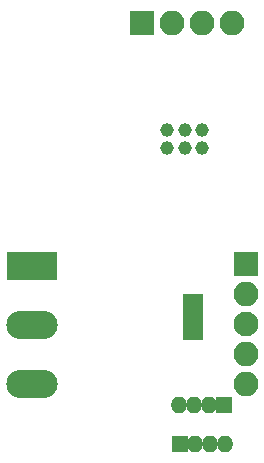
<source format=gbr>
G04 #@! TF.GenerationSoftware,KiCad,Pcbnew,(2018-02-16 revision c95340fba)-makepkg*
G04 #@! TF.CreationDate,2018-04-24T18:33:14+02:00*
G04 #@! TF.ProjectId,lmd,6C6D642E6B696361645F706362000000,rev?*
G04 #@! TF.SameCoordinates,Original*
G04 #@! TF.FileFunction,Soldermask,Bot*
G04 #@! TF.FilePolarity,Negative*
%FSLAX46Y46*%
G04 Gerber Fmt 4.6, Leading zero omitted, Abs format (unit mm)*
G04 Created by KiCad (PCBNEW (2018-02-16 revision c95340fba)-makepkg) date 04/24/18 18:33:14*
%MOMM*%
%LPD*%
G01*
G04 APERTURE LIST*
%ADD10O,4.360000X2.380000*%
%ADD11R,4.360000X2.380000*%
%ADD12O,2.100000X2.100000*%
%ADD13R,2.100000X2.100000*%
%ADD14C,1.150000*%
%ADD15R,1.670000X1.370000*%
%ADD16O,1.400000X1.400000*%
%ADD17R,1.400000X1.400000*%
%ADD18C,2.100000*%
G04 APERTURE END LIST*
D10*
X108254800Y-121912400D03*
X108254800Y-116912400D03*
D11*
X108254800Y-111912400D03*
D12*
X125181360Y-91343480D03*
X122641360Y-91343480D03*
X120101360Y-91343480D03*
D13*
X117561360Y-91343480D03*
D14*
X119680860Y-101872480D03*
X119680860Y-100372480D03*
X121180860Y-101872480D03*
X121180860Y-100372480D03*
X122680860Y-101872480D03*
X122680860Y-100372480D03*
D15*
X121869200Y-117500400D03*
X121869200Y-116230400D03*
X121869200Y-114960400D03*
D16*
X120713500Y-123634500D03*
X121983500Y-123634500D03*
X123253500Y-123634500D03*
D17*
X124523500Y-123634500D03*
X120777000Y-126936500D03*
D16*
X122047000Y-126936500D03*
X123317000Y-126936500D03*
X124587000Y-126936500D03*
D12*
X126365000Y-121920000D03*
X126365000Y-119380000D03*
D18*
X126365000Y-116840000D03*
D12*
X126365000Y-114300000D03*
D13*
X126365000Y-111760000D03*
M02*

</source>
